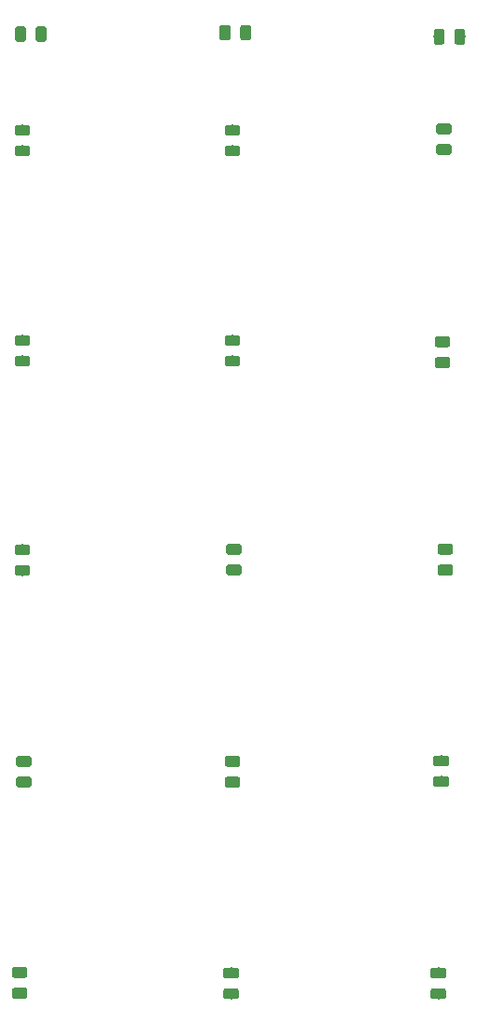
<source format=gbr>
G04 #@! TF.GenerationSoftware,KiCad,Pcbnew,(6.0.0-rc1-dev-113-g3868f21)*
G04 #@! TF.CreationDate,2018-09-11T18:01:50-04:00*
G04 #@! TF.ProjectId,CNCKeypad,434E434B65797061642E6B696361645F,rev?*
G04 #@! TF.SameCoordinates,Original*
G04 #@! TF.FileFunction,Paste,Bot*
G04 #@! TF.FilePolarity,Positive*
%FSLAX46Y46*%
G04 Gerber Fmt 4.6, Leading zero omitted, Abs format (unit mm)*
G04 Created by KiCad (PCBNEW (6.0.0-rc1-dev-113-g3868f21)) date Tuesday, September 11, 2018 at 06:01:50 PM*
%MOMM*%
%LPD*%
G01*
G04 APERTURE LIST*
%ADD10C,0.100000*%
%ADD11C,0.975000*%
G04 APERTURE END LIST*
D10*
G04 #@! TO.C,D1*
G36*
X98778142Y-74951674D02*
X98801803Y-74955184D01*
X98825007Y-74960996D01*
X98847529Y-74969054D01*
X98869153Y-74979282D01*
X98889670Y-74991579D01*
X98908883Y-75005829D01*
X98926607Y-75021893D01*
X98942671Y-75039617D01*
X98956921Y-75058830D01*
X98969218Y-75079347D01*
X98979446Y-75100971D01*
X98987504Y-75123493D01*
X98993316Y-75146697D01*
X98996826Y-75170358D01*
X98998000Y-75194250D01*
X98998000Y-75681750D01*
X98996826Y-75705642D01*
X98993316Y-75729303D01*
X98987504Y-75752507D01*
X98979446Y-75775029D01*
X98969218Y-75796653D01*
X98956921Y-75817170D01*
X98942671Y-75836383D01*
X98926607Y-75854107D01*
X98908883Y-75870171D01*
X98889670Y-75884421D01*
X98869153Y-75896718D01*
X98847529Y-75906946D01*
X98825007Y-75915004D01*
X98801803Y-75920816D01*
X98778142Y-75924326D01*
X98754250Y-75925500D01*
X97841750Y-75925500D01*
X97817858Y-75924326D01*
X97794197Y-75920816D01*
X97770993Y-75915004D01*
X97748471Y-75906946D01*
X97726847Y-75896718D01*
X97706330Y-75884421D01*
X97687117Y-75870171D01*
X97669393Y-75854107D01*
X97653329Y-75836383D01*
X97639079Y-75817170D01*
X97626782Y-75796653D01*
X97616554Y-75775029D01*
X97608496Y-75752507D01*
X97602684Y-75729303D01*
X97599174Y-75705642D01*
X97598000Y-75681750D01*
X97598000Y-75194250D01*
X97599174Y-75170358D01*
X97602684Y-75146697D01*
X97608496Y-75123493D01*
X97616554Y-75100971D01*
X97626782Y-75079347D01*
X97639079Y-75058830D01*
X97653329Y-75039617D01*
X97669393Y-75021893D01*
X97687117Y-75005829D01*
X97706330Y-74991579D01*
X97726847Y-74979282D01*
X97748471Y-74969054D01*
X97770993Y-74960996D01*
X97794197Y-74955184D01*
X97817858Y-74951674D01*
X97841750Y-74950500D01*
X98754250Y-74950500D01*
X98778142Y-74951674D01*
X98778142Y-74951674D01*
G37*
D11*
X98298000Y-75438000D03*
D10*
G36*
X98778142Y-73076674D02*
X98801803Y-73080184D01*
X98825007Y-73085996D01*
X98847529Y-73094054D01*
X98869153Y-73104282D01*
X98889670Y-73116579D01*
X98908883Y-73130829D01*
X98926607Y-73146893D01*
X98942671Y-73164617D01*
X98956921Y-73183830D01*
X98969218Y-73204347D01*
X98979446Y-73225971D01*
X98987504Y-73248493D01*
X98993316Y-73271697D01*
X98996826Y-73295358D01*
X98998000Y-73319250D01*
X98998000Y-73806750D01*
X98996826Y-73830642D01*
X98993316Y-73854303D01*
X98987504Y-73877507D01*
X98979446Y-73900029D01*
X98969218Y-73921653D01*
X98956921Y-73942170D01*
X98942671Y-73961383D01*
X98926607Y-73979107D01*
X98908883Y-73995171D01*
X98889670Y-74009421D01*
X98869153Y-74021718D01*
X98847529Y-74031946D01*
X98825007Y-74040004D01*
X98801803Y-74045816D01*
X98778142Y-74049326D01*
X98754250Y-74050500D01*
X97841750Y-74050500D01*
X97817858Y-74049326D01*
X97794197Y-74045816D01*
X97770993Y-74040004D01*
X97748471Y-74031946D01*
X97726847Y-74021718D01*
X97706330Y-74009421D01*
X97687117Y-73995171D01*
X97669393Y-73979107D01*
X97653329Y-73961383D01*
X97639079Y-73942170D01*
X97626782Y-73921653D01*
X97616554Y-73900029D01*
X97608496Y-73877507D01*
X97602684Y-73854303D01*
X97599174Y-73830642D01*
X97598000Y-73806750D01*
X97598000Y-73319250D01*
X97599174Y-73295358D01*
X97602684Y-73271697D01*
X97608496Y-73248493D01*
X97616554Y-73225971D01*
X97626782Y-73204347D01*
X97639079Y-73183830D01*
X97653329Y-73164617D01*
X97669393Y-73146893D01*
X97687117Y-73130829D01*
X97706330Y-73116579D01*
X97726847Y-73104282D01*
X97748471Y-73094054D01*
X97770993Y-73085996D01*
X97794197Y-73080184D01*
X97817858Y-73076674D01*
X97841750Y-73075500D01*
X98754250Y-73075500D01*
X98778142Y-73076674D01*
X98778142Y-73076674D01*
G37*
D11*
X98298000Y-73563000D03*
G04 #@! TD*
D10*
G04 #@! TO.C,D2*
G36*
X98778142Y-92126674D02*
X98801803Y-92130184D01*
X98825007Y-92135996D01*
X98847529Y-92144054D01*
X98869153Y-92154282D01*
X98889670Y-92166579D01*
X98908883Y-92180829D01*
X98926607Y-92196893D01*
X98942671Y-92214617D01*
X98956921Y-92233830D01*
X98969218Y-92254347D01*
X98979446Y-92275971D01*
X98987504Y-92298493D01*
X98993316Y-92321697D01*
X98996826Y-92345358D01*
X98998000Y-92369250D01*
X98998000Y-92856750D01*
X98996826Y-92880642D01*
X98993316Y-92904303D01*
X98987504Y-92927507D01*
X98979446Y-92950029D01*
X98969218Y-92971653D01*
X98956921Y-92992170D01*
X98942671Y-93011383D01*
X98926607Y-93029107D01*
X98908883Y-93045171D01*
X98889670Y-93059421D01*
X98869153Y-93071718D01*
X98847529Y-93081946D01*
X98825007Y-93090004D01*
X98801803Y-93095816D01*
X98778142Y-93099326D01*
X98754250Y-93100500D01*
X97841750Y-93100500D01*
X97817858Y-93099326D01*
X97794197Y-93095816D01*
X97770993Y-93090004D01*
X97748471Y-93081946D01*
X97726847Y-93071718D01*
X97706330Y-93059421D01*
X97687117Y-93045171D01*
X97669393Y-93029107D01*
X97653329Y-93011383D01*
X97639079Y-92992170D01*
X97626782Y-92971653D01*
X97616554Y-92950029D01*
X97608496Y-92927507D01*
X97602684Y-92904303D01*
X97599174Y-92880642D01*
X97598000Y-92856750D01*
X97598000Y-92369250D01*
X97599174Y-92345358D01*
X97602684Y-92321697D01*
X97608496Y-92298493D01*
X97616554Y-92275971D01*
X97626782Y-92254347D01*
X97639079Y-92233830D01*
X97653329Y-92214617D01*
X97669393Y-92196893D01*
X97687117Y-92180829D01*
X97706330Y-92166579D01*
X97726847Y-92154282D01*
X97748471Y-92144054D01*
X97770993Y-92135996D01*
X97794197Y-92130184D01*
X97817858Y-92126674D01*
X97841750Y-92125500D01*
X98754250Y-92125500D01*
X98778142Y-92126674D01*
X98778142Y-92126674D01*
G37*
D11*
X98298000Y-92613000D03*
D10*
G36*
X98778142Y-94001674D02*
X98801803Y-94005184D01*
X98825007Y-94010996D01*
X98847529Y-94019054D01*
X98869153Y-94029282D01*
X98889670Y-94041579D01*
X98908883Y-94055829D01*
X98926607Y-94071893D01*
X98942671Y-94089617D01*
X98956921Y-94108830D01*
X98969218Y-94129347D01*
X98979446Y-94150971D01*
X98987504Y-94173493D01*
X98993316Y-94196697D01*
X98996826Y-94220358D01*
X98998000Y-94244250D01*
X98998000Y-94731750D01*
X98996826Y-94755642D01*
X98993316Y-94779303D01*
X98987504Y-94802507D01*
X98979446Y-94825029D01*
X98969218Y-94846653D01*
X98956921Y-94867170D01*
X98942671Y-94886383D01*
X98926607Y-94904107D01*
X98908883Y-94920171D01*
X98889670Y-94934421D01*
X98869153Y-94946718D01*
X98847529Y-94956946D01*
X98825007Y-94965004D01*
X98801803Y-94970816D01*
X98778142Y-94974326D01*
X98754250Y-94975500D01*
X97841750Y-94975500D01*
X97817858Y-94974326D01*
X97794197Y-94970816D01*
X97770993Y-94965004D01*
X97748471Y-94956946D01*
X97726847Y-94946718D01*
X97706330Y-94934421D01*
X97687117Y-94920171D01*
X97669393Y-94904107D01*
X97653329Y-94886383D01*
X97639079Y-94867170D01*
X97626782Y-94846653D01*
X97616554Y-94825029D01*
X97608496Y-94802507D01*
X97602684Y-94779303D01*
X97599174Y-94755642D01*
X97598000Y-94731750D01*
X97598000Y-94244250D01*
X97599174Y-94220358D01*
X97602684Y-94196697D01*
X97608496Y-94173493D01*
X97616554Y-94150971D01*
X97626782Y-94129347D01*
X97639079Y-94108830D01*
X97653329Y-94089617D01*
X97669393Y-94071893D01*
X97687117Y-94055829D01*
X97706330Y-94041579D01*
X97726847Y-94029282D01*
X97748471Y-94019054D01*
X97770993Y-94010996D01*
X97794197Y-94005184D01*
X97817858Y-94001674D01*
X97841750Y-94000500D01*
X98754250Y-94000500D01*
X98778142Y-94001674D01*
X98778142Y-94001674D01*
G37*
D11*
X98298000Y-94488000D03*
G04 #@! TD*
D10*
G04 #@! TO.C,D3*
G36*
X98778142Y-112973174D02*
X98801803Y-112976684D01*
X98825007Y-112982496D01*
X98847529Y-112990554D01*
X98869153Y-113000782D01*
X98889670Y-113013079D01*
X98908883Y-113027329D01*
X98926607Y-113043393D01*
X98942671Y-113061117D01*
X98956921Y-113080330D01*
X98969218Y-113100847D01*
X98979446Y-113122471D01*
X98987504Y-113144993D01*
X98993316Y-113168197D01*
X98996826Y-113191858D01*
X98998000Y-113215750D01*
X98998000Y-113703250D01*
X98996826Y-113727142D01*
X98993316Y-113750803D01*
X98987504Y-113774007D01*
X98979446Y-113796529D01*
X98969218Y-113818153D01*
X98956921Y-113838670D01*
X98942671Y-113857883D01*
X98926607Y-113875607D01*
X98908883Y-113891671D01*
X98889670Y-113905921D01*
X98869153Y-113918218D01*
X98847529Y-113928446D01*
X98825007Y-113936504D01*
X98801803Y-113942316D01*
X98778142Y-113945826D01*
X98754250Y-113947000D01*
X97841750Y-113947000D01*
X97817858Y-113945826D01*
X97794197Y-113942316D01*
X97770993Y-113936504D01*
X97748471Y-113928446D01*
X97726847Y-113918218D01*
X97706330Y-113905921D01*
X97687117Y-113891671D01*
X97669393Y-113875607D01*
X97653329Y-113857883D01*
X97639079Y-113838670D01*
X97626782Y-113818153D01*
X97616554Y-113796529D01*
X97608496Y-113774007D01*
X97602684Y-113750803D01*
X97599174Y-113727142D01*
X97598000Y-113703250D01*
X97598000Y-113215750D01*
X97599174Y-113191858D01*
X97602684Y-113168197D01*
X97608496Y-113144993D01*
X97616554Y-113122471D01*
X97626782Y-113100847D01*
X97639079Y-113080330D01*
X97653329Y-113061117D01*
X97669393Y-113043393D01*
X97687117Y-113027329D01*
X97706330Y-113013079D01*
X97726847Y-113000782D01*
X97748471Y-112990554D01*
X97770993Y-112982496D01*
X97794197Y-112976684D01*
X97817858Y-112973174D01*
X97841750Y-112972000D01*
X98754250Y-112972000D01*
X98778142Y-112973174D01*
X98778142Y-112973174D01*
G37*
D11*
X98298000Y-113459500D03*
D10*
G36*
X98778142Y-111098174D02*
X98801803Y-111101684D01*
X98825007Y-111107496D01*
X98847529Y-111115554D01*
X98869153Y-111125782D01*
X98889670Y-111138079D01*
X98908883Y-111152329D01*
X98926607Y-111168393D01*
X98942671Y-111186117D01*
X98956921Y-111205330D01*
X98969218Y-111225847D01*
X98979446Y-111247471D01*
X98987504Y-111269993D01*
X98993316Y-111293197D01*
X98996826Y-111316858D01*
X98998000Y-111340750D01*
X98998000Y-111828250D01*
X98996826Y-111852142D01*
X98993316Y-111875803D01*
X98987504Y-111899007D01*
X98979446Y-111921529D01*
X98969218Y-111943153D01*
X98956921Y-111963670D01*
X98942671Y-111982883D01*
X98926607Y-112000607D01*
X98908883Y-112016671D01*
X98889670Y-112030921D01*
X98869153Y-112043218D01*
X98847529Y-112053446D01*
X98825007Y-112061504D01*
X98801803Y-112067316D01*
X98778142Y-112070826D01*
X98754250Y-112072000D01*
X97841750Y-112072000D01*
X97817858Y-112070826D01*
X97794197Y-112067316D01*
X97770993Y-112061504D01*
X97748471Y-112053446D01*
X97726847Y-112043218D01*
X97706330Y-112030921D01*
X97687117Y-112016671D01*
X97669393Y-112000607D01*
X97653329Y-111982883D01*
X97639079Y-111963670D01*
X97626782Y-111943153D01*
X97616554Y-111921529D01*
X97608496Y-111899007D01*
X97602684Y-111875803D01*
X97599174Y-111852142D01*
X97598000Y-111828250D01*
X97598000Y-111340750D01*
X97599174Y-111316858D01*
X97602684Y-111293197D01*
X97608496Y-111269993D01*
X97616554Y-111247471D01*
X97626782Y-111225847D01*
X97639079Y-111205330D01*
X97653329Y-111186117D01*
X97669393Y-111168393D01*
X97687117Y-111152329D01*
X97706330Y-111138079D01*
X97726847Y-111125782D01*
X97748471Y-111115554D01*
X97770993Y-111107496D01*
X97794197Y-111101684D01*
X97817858Y-111098174D01*
X97841750Y-111097000D01*
X98754250Y-111097000D01*
X98778142Y-111098174D01*
X98778142Y-111098174D01*
G37*
D11*
X98298000Y-111584500D03*
G04 #@! TD*
D10*
G04 #@! TO.C,D4*
G36*
X98905142Y-130275174D02*
X98928803Y-130278684D01*
X98952007Y-130284496D01*
X98974529Y-130292554D01*
X98996153Y-130302782D01*
X99016670Y-130315079D01*
X99035883Y-130329329D01*
X99053607Y-130345393D01*
X99069671Y-130363117D01*
X99083921Y-130382330D01*
X99096218Y-130402847D01*
X99106446Y-130424471D01*
X99114504Y-130446993D01*
X99120316Y-130470197D01*
X99123826Y-130493858D01*
X99125000Y-130517750D01*
X99125000Y-131005250D01*
X99123826Y-131029142D01*
X99120316Y-131052803D01*
X99114504Y-131076007D01*
X99106446Y-131098529D01*
X99096218Y-131120153D01*
X99083921Y-131140670D01*
X99069671Y-131159883D01*
X99053607Y-131177607D01*
X99035883Y-131193671D01*
X99016670Y-131207921D01*
X98996153Y-131220218D01*
X98974529Y-131230446D01*
X98952007Y-131238504D01*
X98928803Y-131244316D01*
X98905142Y-131247826D01*
X98881250Y-131249000D01*
X97968750Y-131249000D01*
X97944858Y-131247826D01*
X97921197Y-131244316D01*
X97897993Y-131238504D01*
X97875471Y-131230446D01*
X97853847Y-131220218D01*
X97833330Y-131207921D01*
X97814117Y-131193671D01*
X97796393Y-131177607D01*
X97780329Y-131159883D01*
X97766079Y-131140670D01*
X97753782Y-131120153D01*
X97743554Y-131098529D01*
X97735496Y-131076007D01*
X97729684Y-131052803D01*
X97726174Y-131029142D01*
X97725000Y-131005250D01*
X97725000Y-130517750D01*
X97726174Y-130493858D01*
X97729684Y-130470197D01*
X97735496Y-130446993D01*
X97743554Y-130424471D01*
X97753782Y-130402847D01*
X97766079Y-130382330D01*
X97780329Y-130363117D01*
X97796393Y-130345393D01*
X97814117Y-130329329D01*
X97833330Y-130315079D01*
X97853847Y-130302782D01*
X97875471Y-130292554D01*
X97897993Y-130284496D01*
X97921197Y-130278684D01*
X97944858Y-130275174D01*
X97968750Y-130274000D01*
X98881250Y-130274000D01*
X98905142Y-130275174D01*
X98905142Y-130275174D01*
G37*
D11*
X98425000Y-130761500D03*
D10*
G36*
X98905142Y-132150174D02*
X98928803Y-132153684D01*
X98952007Y-132159496D01*
X98974529Y-132167554D01*
X98996153Y-132177782D01*
X99016670Y-132190079D01*
X99035883Y-132204329D01*
X99053607Y-132220393D01*
X99069671Y-132238117D01*
X99083921Y-132257330D01*
X99096218Y-132277847D01*
X99106446Y-132299471D01*
X99114504Y-132321993D01*
X99120316Y-132345197D01*
X99123826Y-132368858D01*
X99125000Y-132392750D01*
X99125000Y-132880250D01*
X99123826Y-132904142D01*
X99120316Y-132927803D01*
X99114504Y-132951007D01*
X99106446Y-132973529D01*
X99096218Y-132995153D01*
X99083921Y-133015670D01*
X99069671Y-133034883D01*
X99053607Y-133052607D01*
X99035883Y-133068671D01*
X99016670Y-133082921D01*
X98996153Y-133095218D01*
X98974529Y-133105446D01*
X98952007Y-133113504D01*
X98928803Y-133119316D01*
X98905142Y-133122826D01*
X98881250Y-133124000D01*
X97968750Y-133124000D01*
X97944858Y-133122826D01*
X97921197Y-133119316D01*
X97897993Y-133113504D01*
X97875471Y-133105446D01*
X97853847Y-133095218D01*
X97833330Y-133082921D01*
X97814117Y-133068671D01*
X97796393Y-133052607D01*
X97780329Y-133034883D01*
X97766079Y-133015670D01*
X97753782Y-132995153D01*
X97743554Y-132973529D01*
X97735496Y-132951007D01*
X97729684Y-132927803D01*
X97726174Y-132904142D01*
X97725000Y-132880250D01*
X97725000Y-132392750D01*
X97726174Y-132368858D01*
X97729684Y-132345197D01*
X97735496Y-132321993D01*
X97743554Y-132299471D01*
X97753782Y-132277847D01*
X97766079Y-132257330D01*
X97780329Y-132238117D01*
X97796393Y-132220393D01*
X97814117Y-132204329D01*
X97833330Y-132190079D01*
X97853847Y-132177782D01*
X97875471Y-132167554D01*
X97897993Y-132159496D01*
X97921197Y-132153684D01*
X97944858Y-132150174D01*
X97968750Y-132149000D01*
X98881250Y-132149000D01*
X98905142Y-132150174D01*
X98905142Y-132150174D01*
G37*
D11*
X98425000Y-132636500D03*
G04 #@! TD*
D10*
G04 #@! TO.C,D5*
G36*
X98524142Y-151278674D02*
X98547803Y-151282184D01*
X98571007Y-151287996D01*
X98593529Y-151296054D01*
X98615153Y-151306282D01*
X98635670Y-151318579D01*
X98654883Y-151332829D01*
X98672607Y-151348893D01*
X98688671Y-151366617D01*
X98702921Y-151385830D01*
X98715218Y-151406347D01*
X98725446Y-151427971D01*
X98733504Y-151450493D01*
X98739316Y-151473697D01*
X98742826Y-151497358D01*
X98744000Y-151521250D01*
X98744000Y-152008750D01*
X98742826Y-152032642D01*
X98739316Y-152056303D01*
X98733504Y-152079507D01*
X98725446Y-152102029D01*
X98715218Y-152123653D01*
X98702921Y-152144170D01*
X98688671Y-152163383D01*
X98672607Y-152181107D01*
X98654883Y-152197171D01*
X98635670Y-152211421D01*
X98615153Y-152223718D01*
X98593529Y-152233946D01*
X98571007Y-152242004D01*
X98547803Y-152247816D01*
X98524142Y-152251326D01*
X98500250Y-152252500D01*
X97587750Y-152252500D01*
X97563858Y-152251326D01*
X97540197Y-152247816D01*
X97516993Y-152242004D01*
X97494471Y-152233946D01*
X97472847Y-152223718D01*
X97452330Y-152211421D01*
X97433117Y-152197171D01*
X97415393Y-152181107D01*
X97399329Y-152163383D01*
X97385079Y-152144170D01*
X97372782Y-152123653D01*
X97362554Y-152102029D01*
X97354496Y-152079507D01*
X97348684Y-152056303D01*
X97345174Y-152032642D01*
X97344000Y-152008750D01*
X97344000Y-151521250D01*
X97345174Y-151497358D01*
X97348684Y-151473697D01*
X97354496Y-151450493D01*
X97362554Y-151427971D01*
X97372782Y-151406347D01*
X97385079Y-151385830D01*
X97399329Y-151366617D01*
X97415393Y-151348893D01*
X97433117Y-151332829D01*
X97452330Y-151318579D01*
X97472847Y-151306282D01*
X97494471Y-151296054D01*
X97516993Y-151287996D01*
X97540197Y-151282184D01*
X97563858Y-151278674D01*
X97587750Y-151277500D01*
X98500250Y-151277500D01*
X98524142Y-151278674D01*
X98524142Y-151278674D01*
G37*
D11*
X98044000Y-151765000D03*
D10*
G36*
X98524142Y-149403674D02*
X98547803Y-149407184D01*
X98571007Y-149412996D01*
X98593529Y-149421054D01*
X98615153Y-149431282D01*
X98635670Y-149443579D01*
X98654883Y-149457829D01*
X98672607Y-149473893D01*
X98688671Y-149491617D01*
X98702921Y-149510830D01*
X98715218Y-149531347D01*
X98725446Y-149552971D01*
X98733504Y-149575493D01*
X98739316Y-149598697D01*
X98742826Y-149622358D01*
X98744000Y-149646250D01*
X98744000Y-150133750D01*
X98742826Y-150157642D01*
X98739316Y-150181303D01*
X98733504Y-150204507D01*
X98725446Y-150227029D01*
X98715218Y-150248653D01*
X98702921Y-150269170D01*
X98688671Y-150288383D01*
X98672607Y-150306107D01*
X98654883Y-150322171D01*
X98635670Y-150336421D01*
X98615153Y-150348718D01*
X98593529Y-150358946D01*
X98571007Y-150367004D01*
X98547803Y-150372816D01*
X98524142Y-150376326D01*
X98500250Y-150377500D01*
X97587750Y-150377500D01*
X97563858Y-150376326D01*
X97540197Y-150372816D01*
X97516993Y-150367004D01*
X97494471Y-150358946D01*
X97472847Y-150348718D01*
X97452330Y-150336421D01*
X97433117Y-150322171D01*
X97415393Y-150306107D01*
X97399329Y-150288383D01*
X97385079Y-150269170D01*
X97372782Y-150248653D01*
X97362554Y-150227029D01*
X97354496Y-150204507D01*
X97348684Y-150181303D01*
X97345174Y-150157642D01*
X97344000Y-150133750D01*
X97344000Y-149646250D01*
X97345174Y-149622358D01*
X97348684Y-149598697D01*
X97354496Y-149575493D01*
X97362554Y-149552971D01*
X97372782Y-149531347D01*
X97385079Y-149510830D01*
X97399329Y-149491617D01*
X97415393Y-149473893D01*
X97433117Y-149457829D01*
X97452330Y-149443579D01*
X97472847Y-149431282D01*
X97494471Y-149421054D01*
X97516993Y-149412996D01*
X97540197Y-149407184D01*
X97563858Y-149403674D01*
X97587750Y-149402500D01*
X98500250Y-149402500D01*
X98524142Y-149403674D01*
X98524142Y-149403674D01*
G37*
D11*
X98044000Y-149890000D03*
G04 #@! TD*
D10*
G04 #@! TO.C,D6*
G36*
X117828142Y-73076674D02*
X117851803Y-73080184D01*
X117875007Y-73085996D01*
X117897529Y-73094054D01*
X117919153Y-73104282D01*
X117939670Y-73116579D01*
X117958883Y-73130829D01*
X117976607Y-73146893D01*
X117992671Y-73164617D01*
X118006921Y-73183830D01*
X118019218Y-73204347D01*
X118029446Y-73225971D01*
X118037504Y-73248493D01*
X118043316Y-73271697D01*
X118046826Y-73295358D01*
X118048000Y-73319250D01*
X118048000Y-73806750D01*
X118046826Y-73830642D01*
X118043316Y-73854303D01*
X118037504Y-73877507D01*
X118029446Y-73900029D01*
X118019218Y-73921653D01*
X118006921Y-73942170D01*
X117992671Y-73961383D01*
X117976607Y-73979107D01*
X117958883Y-73995171D01*
X117939670Y-74009421D01*
X117919153Y-74021718D01*
X117897529Y-74031946D01*
X117875007Y-74040004D01*
X117851803Y-74045816D01*
X117828142Y-74049326D01*
X117804250Y-74050500D01*
X116891750Y-74050500D01*
X116867858Y-74049326D01*
X116844197Y-74045816D01*
X116820993Y-74040004D01*
X116798471Y-74031946D01*
X116776847Y-74021718D01*
X116756330Y-74009421D01*
X116737117Y-73995171D01*
X116719393Y-73979107D01*
X116703329Y-73961383D01*
X116689079Y-73942170D01*
X116676782Y-73921653D01*
X116666554Y-73900029D01*
X116658496Y-73877507D01*
X116652684Y-73854303D01*
X116649174Y-73830642D01*
X116648000Y-73806750D01*
X116648000Y-73319250D01*
X116649174Y-73295358D01*
X116652684Y-73271697D01*
X116658496Y-73248493D01*
X116666554Y-73225971D01*
X116676782Y-73204347D01*
X116689079Y-73183830D01*
X116703329Y-73164617D01*
X116719393Y-73146893D01*
X116737117Y-73130829D01*
X116756330Y-73116579D01*
X116776847Y-73104282D01*
X116798471Y-73094054D01*
X116820993Y-73085996D01*
X116844197Y-73080184D01*
X116867858Y-73076674D01*
X116891750Y-73075500D01*
X117804250Y-73075500D01*
X117828142Y-73076674D01*
X117828142Y-73076674D01*
G37*
D11*
X117348000Y-73563000D03*
D10*
G36*
X117828142Y-74951674D02*
X117851803Y-74955184D01*
X117875007Y-74960996D01*
X117897529Y-74969054D01*
X117919153Y-74979282D01*
X117939670Y-74991579D01*
X117958883Y-75005829D01*
X117976607Y-75021893D01*
X117992671Y-75039617D01*
X118006921Y-75058830D01*
X118019218Y-75079347D01*
X118029446Y-75100971D01*
X118037504Y-75123493D01*
X118043316Y-75146697D01*
X118046826Y-75170358D01*
X118048000Y-75194250D01*
X118048000Y-75681750D01*
X118046826Y-75705642D01*
X118043316Y-75729303D01*
X118037504Y-75752507D01*
X118029446Y-75775029D01*
X118019218Y-75796653D01*
X118006921Y-75817170D01*
X117992671Y-75836383D01*
X117976607Y-75854107D01*
X117958883Y-75870171D01*
X117939670Y-75884421D01*
X117919153Y-75896718D01*
X117897529Y-75906946D01*
X117875007Y-75915004D01*
X117851803Y-75920816D01*
X117828142Y-75924326D01*
X117804250Y-75925500D01*
X116891750Y-75925500D01*
X116867858Y-75924326D01*
X116844197Y-75920816D01*
X116820993Y-75915004D01*
X116798471Y-75906946D01*
X116776847Y-75896718D01*
X116756330Y-75884421D01*
X116737117Y-75870171D01*
X116719393Y-75854107D01*
X116703329Y-75836383D01*
X116689079Y-75817170D01*
X116676782Y-75796653D01*
X116666554Y-75775029D01*
X116658496Y-75752507D01*
X116652684Y-75729303D01*
X116649174Y-75705642D01*
X116648000Y-75681750D01*
X116648000Y-75194250D01*
X116649174Y-75170358D01*
X116652684Y-75146697D01*
X116658496Y-75123493D01*
X116666554Y-75100971D01*
X116676782Y-75079347D01*
X116689079Y-75058830D01*
X116703329Y-75039617D01*
X116719393Y-75021893D01*
X116737117Y-75005829D01*
X116756330Y-74991579D01*
X116776847Y-74979282D01*
X116798471Y-74969054D01*
X116820993Y-74960996D01*
X116844197Y-74955184D01*
X116867858Y-74951674D01*
X116891750Y-74950500D01*
X117804250Y-74950500D01*
X117828142Y-74951674D01*
X117828142Y-74951674D01*
G37*
D11*
X117348000Y-75438000D03*
G04 #@! TD*
D10*
G04 #@! TO.C,D7*
G36*
X117828142Y-94001674D02*
X117851803Y-94005184D01*
X117875007Y-94010996D01*
X117897529Y-94019054D01*
X117919153Y-94029282D01*
X117939670Y-94041579D01*
X117958883Y-94055829D01*
X117976607Y-94071893D01*
X117992671Y-94089617D01*
X118006921Y-94108830D01*
X118019218Y-94129347D01*
X118029446Y-94150971D01*
X118037504Y-94173493D01*
X118043316Y-94196697D01*
X118046826Y-94220358D01*
X118048000Y-94244250D01*
X118048000Y-94731750D01*
X118046826Y-94755642D01*
X118043316Y-94779303D01*
X118037504Y-94802507D01*
X118029446Y-94825029D01*
X118019218Y-94846653D01*
X118006921Y-94867170D01*
X117992671Y-94886383D01*
X117976607Y-94904107D01*
X117958883Y-94920171D01*
X117939670Y-94934421D01*
X117919153Y-94946718D01*
X117897529Y-94956946D01*
X117875007Y-94965004D01*
X117851803Y-94970816D01*
X117828142Y-94974326D01*
X117804250Y-94975500D01*
X116891750Y-94975500D01*
X116867858Y-94974326D01*
X116844197Y-94970816D01*
X116820993Y-94965004D01*
X116798471Y-94956946D01*
X116776847Y-94946718D01*
X116756330Y-94934421D01*
X116737117Y-94920171D01*
X116719393Y-94904107D01*
X116703329Y-94886383D01*
X116689079Y-94867170D01*
X116676782Y-94846653D01*
X116666554Y-94825029D01*
X116658496Y-94802507D01*
X116652684Y-94779303D01*
X116649174Y-94755642D01*
X116648000Y-94731750D01*
X116648000Y-94244250D01*
X116649174Y-94220358D01*
X116652684Y-94196697D01*
X116658496Y-94173493D01*
X116666554Y-94150971D01*
X116676782Y-94129347D01*
X116689079Y-94108830D01*
X116703329Y-94089617D01*
X116719393Y-94071893D01*
X116737117Y-94055829D01*
X116756330Y-94041579D01*
X116776847Y-94029282D01*
X116798471Y-94019054D01*
X116820993Y-94010996D01*
X116844197Y-94005184D01*
X116867858Y-94001674D01*
X116891750Y-94000500D01*
X117804250Y-94000500D01*
X117828142Y-94001674D01*
X117828142Y-94001674D01*
G37*
D11*
X117348000Y-94488000D03*
D10*
G36*
X117828142Y-92126674D02*
X117851803Y-92130184D01*
X117875007Y-92135996D01*
X117897529Y-92144054D01*
X117919153Y-92154282D01*
X117939670Y-92166579D01*
X117958883Y-92180829D01*
X117976607Y-92196893D01*
X117992671Y-92214617D01*
X118006921Y-92233830D01*
X118019218Y-92254347D01*
X118029446Y-92275971D01*
X118037504Y-92298493D01*
X118043316Y-92321697D01*
X118046826Y-92345358D01*
X118048000Y-92369250D01*
X118048000Y-92856750D01*
X118046826Y-92880642D01*
X118043316Y-92904303D01*
X118037504Y-92927507D01*
X118029446Y-92950029D01*
X118019218Y-92971653D01*
X118006921Y-92992170D01*
X117992671Y-93011383D01*
X117976607Y-93029107D01*
X117958883Y-93045171D01*
X117939670Y-93059421D01*
X117919153Y-93071718D01*
X117897529Y-93081946D01*
X117875007Y-93090004D01*
X117851803Y-93095816D01*
X117828142Y-93099326D01*
X117804250Y-93100500D01*
X116891750Y-93100500D01*
X116867858Y-93099326D01*
X116844197Y-93095816D01*
X116820993Y-93090004D01*
X116798471Y-93081946D01*
X116776847Y-93071718D01*
X116756330Y-93059421D01*
X116737117Y-93045171D01*
X116719393Y-93029107D01*
X116703329Y-93011383D01*
X116689079Y-92992170D01*
X116676782Y-92971653D01*
X116666554Y-92950029D01*
X116658496Y-92927507D01*
X116652684Y-92904303D01*
X116649174Y-92880642D01*
X116648000Y-92856750D01*
X116648000Y-92369250D01*
X116649174Y-92345358D01*
X116652684Y-92321697D01*
X116658496Y-92298493D01*
X116666554Y-92275971D01*
X116676782Y-92254347D01*
X116689079Y-92233830D01*
X116703329Y-92214617D01*
X116719393Y-92196893D01*
X116737117Y-92180829D01*
X116756330Y-92166579D01*
X116776847Y-92154282D01*
X116798471Y-92144054D01*
X116820993Y-92135996D01*
X116844197Y-92130184D01*
X116867858Y-92126674D01*
X116891750Y-92125500D01*
X117804250Y-92125500D01*
X117828142Y-92126674D01*
X117828142Y-92126674D01*
G37*
D11*
X117348000Y-92613000D03*
G04 #@! TD*
D10*
G04 #@! TO.C,D8*
G36*
X117955142Y-111049674D02*
X117978803Y-111053184D01*
X118002007Y-111058996D01*
X118024529Y-111067054D01*
X118046153Y-111077282D01*
X118066670Y-111089579D01*
X118085883Y-111103829D01*
X118103607Y-111119893D01*
X118119671Y-111137617D01*
X118133921Y-111156830D01*
X118146218Y-111177347D01*
X118156446Y-111198971D01*
X118164504Y-111221493D01*
X118170316Y-111244697D01*
X118173826Y-111268358D01*
X118175000Y-111292250D01*
X118175000Y-111779750D01*
X118173826Y-111803642D01*
X118170316Y-111827303D01*
X118164504Y-111850507D01*
X118156446Y-111873029D01*
X118146218Y-111894653D01*
X118133921Y-111915170D01*
X118119671Y-111934383D01*
X118103607Y-111952107D01*
X118085883Y-111968171D01*
X118066670Y-111982421D01*
X118046153Y-111994718D01*
X118024529Y-112004946D01*
X118002007Y-112013004D01*
X117978803Y-112018816D01*
X117955142Y-112022326D01*
X117931250Y-112023500D01*
X117018750Y-112023500D01*
X116994858Y-112022326D01*
X116971197Y-112018816D01*
X116947993Y-112013004D01*
X116925471Y-112004946D01*
X116903847Y-111994718D01*
X116883330Y-111982421D01*
X116864117Y-111968171D01*
X116846393Y-111952107D01*
X116830329Y-111934383D01*
X116816079Y-111915170D01*
X116803782Y-111894653D01*
X116793554Y-111873029D01*
X116785496Y-111850507D01*
X116779684Y-111827303D01*
X116776174Y-111803642D01*
X116775000Y-111779750D01*
X116775000Y-111292250D01*
X116776174Y-111268358D01*
X116779684Y-111244697D01*
X116785496Y-111221493D01*
X116793554Y-111198971D01*
X116803782Y-111177347D01*
X116816079Y-111156830D01*
X116830329Y-111137617D01*
X116846393Y-111119893D01*
X116864117Y-111103829D01*
X116883330Y-111089579D01*
X116903847Y-111077282D01*
X116925471Y-111067054D01*
X116947993Y-111058996D01*
X116971197Y-111053184D01*
X116994858Y-111049674D01*
X117018750Y-111048500D01*
X117931250Y-111048500D01*
X117955142Y-111049674D01*
X117955142Y-111049674D01*
G37*
D11*
X117475000Y-111536000D03*
D10*
G36*
X117955142Y-112924674D02*
X117978803Y-112928184D01*
X118002007Y-112933996D01*
X118024529Y-112942054D01*
X118046153Y-112952282D01*
X118066670Y-112964579D01*
X118085883Y-112978829D01*
X118103607Y-112994893D01*
X118119671Y-113012617D01*
X118133921Y-113031830D01*
X118146218Y-113052347D01*
X118156446Y-113073971D01*
X118164504Y-113096493D01*
X118170316Y-113119697D01*
X118173826Y-113143358D01*
X118175000Y-113167250D01*
X118175000Y-113654750D01*
X118173826Y-113678642D01*
X118170316Y-113702303D01*
X118164504Y-113725507D01*
X118156446Y-113748029D01*
X118146218Y-113769653D01*
X118133921Y-113790170D01*
X118119671Y-113809383D01*
X118103607Y-113827107D01*
X118085883Y-113843171D01*
X118066670Y-113857421D01*
X118046153Y-113869718D01*
X118024529Y-113879946D01*
X118002007Y-113888004D01*
X117978803Y-113893816D01*
X117955142Y-113897326D01*
X117931250Y-113898500D01*
X117018750Y-113898500D01*
X116994858Y-113897326D01*
X116971197Y-113893816D01*
X116947993Y-113888004D01*
X116925471Y-113879946D01*
X116903847Y-113869718D01*
X116883330Y-113857421D01*
X116864117Y-113843171D01*
X116846393Y-113827107D01*
X116830329Y-113809383D01*
X116816079Y-113790170D01*
X116803782Y-113769653D01*
X116793554Y-113748029D01*
X116785496Y-113725507D01*
X116779684Y-113702303D01*
X116776174Y-113678642D01*
X116775000Y-113654750D01*
X116775000Y-113167250D01*
X116776174Y-113143358D01*
X116779684Y-113119697D01*
X116785496Y-113096493D01*
X116793554Y-113073971D01*
X116803782Y-113052347D01*
X116816079Y-113031830D01*
X116830329Y-113012617D01*
X116846393Y-112994893D01*
X116864117Y-112978829D01*
X116883330Y-112964579D01*
X116903847Y-112952282D01*
X116925471Y-112942054D01*
X116947993Y-112933996D01*
X116971197Y-112928184D01*
X116994858Y-112924674D01*
X117018750Y-112923500D01*
X117931250Y-112923500D01*
X117955142Y-112924674D01*
X117955142Y-112924674D01*
G37*
D11*
X117475000Y-113411000D03*
G04 #@! TD*
D10*
G04 #@! TO.C,D9*
G36*
X117828142Y-132150174D02*
X117851803Y-132153684D01*
X117875007Y-132159496D01*
X117897529Y-132167554D01*
X117919153Y-132177782D01*
X117939670Y-132190079D01*
X117958883Y-132204329D01*
X117976607Y-132220393D01*
X117992671Y-132238117D01*
X118006921Y-132257330D01*
X118019218Y-132277847D01*
X118029446Y-132299471D01*
X118037504Y-132321993D01*
X118043316Y-132345197D01*
X118046826Y-132368858D01*
X118048000Y-132392750D01*
X118048000Y-132880250D01*
X118046826Y-132904142D01*
X118043316Y-132927803D01*
X118037504Y-132951007D01*
X118029446Y-132973529D01*
X118019218Y-132995153D01*
X118006921Y-133015670D01*
X117992671Y-133034883D01*
X117976607Y-133052607D01*
X117958883Y-133068671D01*
X117939670Y-133082921D01*
X117919153Y-133095218D01*
X117897529Y-133105446D01*
X117875007Y-133113504D01*
X117851803Y-133119316D01*
X117828142Y-133122826D01*
X117804250Y-133124000D01*
X116891750Y-133124000D01*
X116867858Y-133122826D01*
X116844197Y-133119316D01*
X116820993Y-133113504D01*
X116798471Y-133105446D01*
X116776847Y-133095218D01*
X116756330Y-133082921D01*
X116737117Y-133068671D01*
X116719393Y-133052607D01*
X116703329Y-133034883D01*
X116689079Y-133015670D01*
X116676782Y-132995153D01*
X116666554Y-132973529D01*
X116658496Y-132951007D01*
X116652684Y-132927803D01*
X116649174Y-132904142D01*
X116648000Y-132880250D01*
X116648000Y-132392750D01*
X116649174Y-132368858D01*
X116652684Y-132345197D01*
X116658496Y-132321993D01*
X116666554Y-132299471D01*
X116676782Y-132277847D01*
X116689079Y-132257330D01*
X116703329Y-132238117D01*
X116719393Y-132220393D01*
X116737117Y-132204329D01*
X116756330Y-132190079D01*
X116776847Y-132177782D01*
X116798471Y-132167554D01*
X116820993Y-132159496D01*
X116844197Y-132153684D01*
X116867858Y-132150174D01*
X116891750Y-132149000D01*
X117804250Y-132149000D01*
X117828142Y-132150174D01*
X117828142Y-132150174D01*
G37*
D11*
X117348000Y-132636500D03*
D10*
G36*
X117828142Y-130275174D02*
X117851803Y-130278684D01*
X117875007Y-130284496D01*
X117897529Y-130292554D01*
X117919153Y-130302782D01*
X117939670Y-130315079D01*
X117958883Y-130329329D01*
X117976607Y-130345393D01*
X117992671Y-130363117D01*
X118006921Y-130382330D01*
X118019218Y-130402847D01*
X118029446Y-130424471D01*
X118037504Y-130446993D01*
X118043316Y-130470197D01*
X118046826Y-130493858D01*
X118048000Y-130517750D01*
X118048000Y-131005250D01*
X118046826Y-131029142D01*
X118043316Y-131052803D01*
X118037504Y-131076007D01*
X118029446Y-131098529D01*
X118019218Y-131120153D01*
X118006921Y-131140670D01*
X117992671Y-131159883D01*
X117976607Y-131177607D01*
X117958883Y-131193671D01*
X117939670Y-131207921D01*
X117919153Y-131220218D01*
X117897529Y-131230446D01*
X117875007Y-131238504D01*
X117851803Y-131244316D01*
X117828142Y-131247826D01*
X117804250Y-131249000D01*
X116891750Y-131249000D01*
X116867858Y-131247826D01*
X116844197Y-131244316D01*
X116820993Y-131238504D01*
X116798471Y-131230446D01*
X116776847Y-131220218D01*
X116756330Y-131207921D01*
X116737117Y-131193671D01*
X116719393Y-131177607D01*
X116703329Y-131159883D01*
X116689079Y-131140670D01*
X116676782Y-131120153D01*
X116666554Y-131098529D01*
X116658496Y-131076007D01*
X116652684Y-131052803D01*
X116649174Y-131029142D01*
X116648000Y-131005250D01*
X116648000Y-130517750D01*
X116649174Y-130493858D01*
X116652684Y-130470197D01*
X116658496Y-130446993D01*
X116666554Y-130424471D01*
X116676782Y-130402847D01*
X116689079Y-130382330D01*
X116703329Y-130363117D01*
X116719393Y-130345393D01*
X116737117Y-130329329D01*
X116756330Y-130315079D01*
X116776847Y-130302782D01*
X116798471Y-130292554D01*
X116820993Y-130284496D01*
X116844197Y-130278684D01*
X116867858Y-130275174D01*
X116891750Y-130274000D01*
X117804250Y-130274000D01*
X117828142Y-130275174D01*
X117828142Y-130275174D01*
G37*
D11*
X117348000Y-130761500D03*
G04 #@! TD*
D10*
G04 #@! TO.C,D10*
G36*
X117701142Y-149452174D02*
X117724803Y-149455684D01*
X117748007Y-149461496D01*
X117770529Y-149469554D01*
X117792153Y-149479782D01*
X117812670Y-149492079D01*
X117831883Y-149506329D01*
X117849607Y-149522393D01*
X117865671Y-149540117D01*
X117879921Y-149559330D01*
X117892218Y-149579847D01*
X117902446Y-149601471D01*
X117910504Y-149623993D01*
X117916316Y-149647197D01*
X117919826Y-149670858D01*
X117921000Y-149694750D01*
X117921000Y-150182250D01*
X117919826Y-150206142D01*
X117916316Y-150229803D01*
X117910504Y-150253007D01*
X117902446Y-150275529D01*
X117892218Y-150297153D01*
X117879921Y-150317670D01*
X117865671Y-150336883D01*
X117849607Y-150354607D01*
X117831883Y-150370671D01*
X117812670Y-150384921D01*
X117792153Y-150397218D01*
X117770529Y-150407446D01*
X117748007Y-150415504D01*
X117724803Y-150421316D01*
X117701142Y-150424826D01*
X117677250Y-150426000D01*
X116764750Y-150426000D01*
X116740858Y-150424826D01*
X116717197Y-150421316D01*
X116693993Y-150415504D01*
X116671471Y-150407446D01*
X116649847Y-150397218D01*
X116629330Y-150384921D01*
X116610117Y-150370671D01*
X116592393Y-150354607D01*
X116576329Y-150336883D01*
X116562079Y-150317670D01*
X116549782Y-150297153D01*
X116539554Y-150275529D01*
X116531496Y-150253007D01*
X116525684Y-150229803D01*
X116522174Y-150206142D01*
X116521000Y-150182250D01*
X116521000Y-149694750D01*
X116522174Y-149670858D01*
X116525684Y-149647197D01*
X116531496Y-149623993D01*
X116539554Y-149601471D01*
X116549782Y-149579847D01*
X116562079Y-149559330D01*
X116576329Y-149540117D01*
X116592393Y-149522393D01*
X116610117Y-149506329D01*
X116629330Y-149492079D01*
X116649847Y-149479782D01*
X116671471Y-149469554D01*
X116693993Y-149461496D01*
X116717197Y-149455684D01*
X116740858Y-149452174D01*
X116764750Y-149451000D01*
X117677250Y-149451000D01*
X117701142Y-149452174D01*
X117701142Y-149452174D01*
G37*
D11*
X117221000Y-149938500D03*
D10*
G36*
X117701142Y-151327174D02*
X117724803Y-151330684D01*
X117748007Y-151336496D01*
X117770529Y-151344554D01*
X117792153Y-151354782D01*
X117812670Y-151367079D01*
X117831883Y-151381329D01*
X117849607Y-151397393D01*
X117865671Y-151415117D01*
X117879921Y-151434330D01*
X117892218Y-151454847D01*
X117902446Y-151476471D01*
X117910504Y-151498993D01*
X117916316Y-151522197D01*
X117919826Y-151545858D01*
X117921000Y-151569750D01*
X117921000Y-152057250D01*
X117919826Y-152081142D01*
X117916316Y-152104803D01*
X117910504Y-152128007D01*
X117902446Y-152150529D01*
X117892218Y-152172153D01*
X117879921Y-152192670D01*
X117865671Y-152211883D01*
X117849607Y-152229607D01*
X117831883Y-152245671D01*
X117812670Y-152259921D01*
X117792153Y-152272218D01*
X117770529Y-152282446D01*
X117748007Y-152290504D01*
X117724803Y-152296316D01*
X117701142Y-152299826D01*
X117677250Y-152301000D01*
X116764750Y-152301000D01*
X116740858Y-152299826D01*
X116717197Y-152296316D01*
X116693993Y-152290504D01*
X116671471Y-152282446D01*
X116649847Y-152272218D01*
X116629330Y-152259921D01*
X116610117Y-152245671D01*
X116592393Y-152229607D01*
X116576329Y-152211883D01*
X116562079Y-152192670D01*
X116549782Y-152172153D01*
X116539554Y-152150529D01*
X116531496Y-152128007D01*
X116525684Y-152104803D01*
X116522174Y-152081142D01*
X116521000Y-152057250D01*
X116521000Y-151569750D01*
X116522174Y-151545858D01*
X116525684Y-151522197D01*
X116531496Y-151498993D01*
X116539554Y-151476471D01*
X116549782Y-151454847D01*
X116562079Y-151434330D01*
X116576329Y-151415117D01*
X116592393Y-151397393D01*
X116610117Y-151381329D01*
X116629330Y-151367079D01*
X116649847Y-151354782D01*
X116671471Y-151344554D01*
X116693993Y-151336496D01*
X116717197Y-151330684D01*
X116740858Y-151327174D01*
X116764750Y-151326000D01*
X117677250Y-151326000D01*
X117701142Y-151327174D01*
X117701142Y-151327174D01*
G37*
D11*
X117221000Y-151813500D03*
G04 #@! TD*
D10*
G04 #@! TO.C,D11*
G36*
X137005142Y-74824674D02*
X137028803Y-74828184D01*
X137052007Y-74833996D01*
X137074529Y-74842054D01*
X137096153Y-74852282D01*
X137116670Y-74864579D01*
X137135883Y-74878829D01*
X137153607Y-74894893D01*
X137169671Y-74912617D01*
X137183921Y-74931830D01*
X137196218Y-74952347D01*
X137206446Y-74973971D01*
X137214504Y-74996493D01*
X137220316Y-75019697D01*
X137223826Y-75043358D01*
X137225000Y-75067250D01*
X137225000Y-75554750D01*
X137223826Y-75578642D01*
X137220316Y-75602303D01*
X137214504Y-75625507D01*
X137206446Y-75648029D01*
X137196218Y-75669653D01*
X137183921Y-75690170D01*
X137169671Y-75709383D01*
X137153607Y-75727107D01*
X137135883Y-75743171D01*
X137116670Y-75757421D01*
X137096153Y-75769718D01*
X137074529Y-75779946D01*
X137052007Y-75788004D01*
X137028803Y-75793816D01*
X137005142Y-75797326D01*
X136981250Y-75798500D01*
X136068750Y-75798500D01*
X136044858Y-75797326D01*
X136021197Y-75793816D01*
X135997993Y-75788004D01*
X135975471Y-75779946D01*
X135953847Y-75769718D01*
X135933330Y-75757421D01*
X135914117Y-75743171D01*
X135896393Y-75727107D01*
X135880329Y-75709383D01*
X135866079Y-75690170D01*
X135853782Y-75669653D01*
X135843554Y-75648029D01*
X135835496Y-75625507D01*
X135829684Y-75602303D01*
X135826174Y-75578642D01*
X135825000Y-75554750D01*
X135825000Y-75067250D01*
X135826174Y-75043358D01*
X135829684Y-75019697D01*
X135835496Y-74996493D01*
X135843554Y-74973971D01*
X135853782Y-74952347D01*
X135866079Y-74931830D01*
X135880329Y-74912617D01*
X135896393Y-74894893D01*
X135914117Y-74878829D01*
X135933330Y-74864579D01*
X135953847Y-74852282D01*
X135975471Y-74842054D01*
X135997993Y-74833996D01*
X136021197Y-74828184D01*
X136044858Y-74824674D01*
X136068750Y-74823500D01*
X136981250Y-74823500D01*
X137005142Y-74824674D01*
X137005142Y-74824674D01*
G37*
D11*
X136525000Y-75311000D03*
D10*
G36*
X137005142Y-72949674D02*
X137028803Y-72953184D01*
X137052007Y-72958996D01*
X137074529Y-72967054D01*
X137096153Y-72977282D01*
X137116670Y-72989579D01*
X137135883Y-73003829D01*
X137153607Y-73019893D01*
X137169671Y-73037617D01*
X137183921Y-73056830D01*
X137196218Y-73077347D01*
X137206446Y-73098971D01*
X137214504Y-73121493D01*
X137220316Y-73144697D01*
X137223826Y-73168358D01*
X137225000Y-73192250D01*
X137225000Y-73679750D01*
X137223826Y-73703642D01*
X137220316Y-73727303D01*
X137214504Y-73750507D01*
X137206446Y-73773029D01*
X137196218Y-73794653D01*
X137183921Y-73815170D01*
X137169671Y-73834383D01*
X137153607Y-73852107D01*
X137135883Y-73868171D01*
X137116670Y-73882421D01*
X137096153Y-73894718D01*
X137074529Y-73904946D01*
X137052007Y-73913004D01*
X137028803Y-73918816D01*
X137005142Y-73922326D01*
X136981250Y-73923500D01*
X136068750Y-73923500D01*
X136044858Y-73922326D01*
X136021197Y-73918816D01*
X135997993Y-73913004D01*
X135975471Y-73904946D01*
X135953847Y-73894718D01*
X135933330Y-73882421D01*
X135914117Y-73868171D01*
X135896393Y-73852107D01*
X135880329Y-73834383D01*
X135866079Y-73815170D01*
X135853782Y-73794653D01*
X135843554Y-73773029D01*
X135835496Y-73750507D01*
X135829684Y-73727303D01*
X135826174Y-73703642D01*
X135825000Y-73679750D01*
X135825000Y-73192250D01*
X135826174Y-73168358D01*
X135829684Y-73144697D01*
X135835496Y-73121493D01*
X135843554Y-73098971D01*
X135853782Y-73077347D01*
X135866079Y-73056830D01*
X135880329Y-73037617D01*
X135896393Y-73019893D01*
X135914117Y-73003829D01*
X135933330Y-72989579D01*
X135953847Y-72977282D01*
X135975471Y-72967054D01*
X135997993Y-72958996D01*
X136021197Y-72953184D01*
X136044858Y-72949674D01*
X136068750Y-72948500D01*
X136981250Y-72948500D01*
X137005142Y-72949674D01*
X137005142Y-72949674D01*
G37*
D11*
X136525000Y-73436000D03*
G04 #@! TD*
D10*
G04 #@! TO.C,D12*
G36*
X136878142Y-92253674D02*
X136901803Y-92257184D01*
X136925007Y-92262996D01*
X136947529Y-92271054D01*
X136969153Y-92281282D01*
X136989670Y-92293579D01*
X137008883Y-92307829D01*
X137026607Y-92323893D01*
X137042671Y-92341617D01*
X137056921Y-92360830D01*
X137069218Y-92381347D01*
X137079446Y-92402971D01*
X137087504Y-92425493D01*
X137093316Y-92448697D01*
X137096826Y-92472358D01*
X137098000Y-92496250D01*
X137098000Y-92983750D01*
X137096826Y-93007642D01*
X137093316Y-93031303D01*
X137087504Y-93054507D01*
X137079446Y-93077029D01*
X137069218Y-93098653D01*
X137056921Y-93119170D01*
X137042671Y-93138383D01*
X137026607Y-93156107D01*
X137008883Y-93172171D01*
X136989670Y-93186421D01*
X136969153Y-93198718D01*
X136947529Y-93208946D01*
X136925007Y-93217004D01*
X136901803Y-93222816D01*
X136878142Y-93226326D01*
X136854250Y-93227500D01*
X135941750Y-93227500D01*
X135917858Y-93226326D01*
X135894197Y-93222816D01*
X135870993Y-93217004D01*
X135848471Y-93208946D01*
X135826847Y-93198718D01*
X135806330Y-93186421D01*
X135787117Y-93172171D01*
X135769393Y-93156107D01*
X135753329Y-93138383D01*
X135739079Y-93119170D01*
X135726782Y-93098653D01*
X135716554Y-93077029D01*
X135708496Y-93054507D01*
X135702684Y-93031303D01*
X135699174Y-93007642D01*
X135698000Y-92983750D01*
X135698000Y-92496250D01*
X135699174Y-92472358D01*
X135702684Y-92448697D01*
X135708496Y-92425493D01*
X135716554Y-92402971D01*
X135726782Y-92381347D01*
X135739079Y-92360830D01*
X135753329Y-92341617D01*
X135769393Y-92323893D01*
X135787117Y-92307829D01*
X135806330Y-92293579D01*
X135826847Y-92281282D01*
X135848471Y-92271054D01*
X135870993Y-92262996D01*
X135894197Y-92257184D01*
X135917858Y-92253674D01*
X135941750Y-92252500D01*
X136854250Y-92252500D01*
X136878142Y-92253674D01*
X136878142Y-92253674D01*
G37*
D11*
X136398000Y-92740000D03*
D10*
G36*
X136878142Y-94128674D02*
X136901803Y-94132184D01*
X136925007Y-94137996D01*
X136947529Y-94146054D01*
X136969153Y-94156282D01*
X136989670Y-94168579D01*
X137008883Y-94182829D01*
X137026607Y-94198893D01*
X137042671Y-94216617D01*
X137056921Y-94235830D01*
X137069218Y-94256347D01*
X137079446Y-94277971D01*
X137087504Y-94300493D01*
X137093316Y-94323697D01*
X137096826Y-94347358D01*
X137098000Y-94371250D01*
X137098000Y-94858750D01*
X137096826Y-94882642D01*
X137093316Y-94906303D01*
X137087504Y-94929507D01*
X137079446Y-94952029D01*
X137069218Y-94973653D01*
X137056921Y-94994170D01*
X137042671Y-95013383D01*
X137026607Y-95031107D01*
X137008883Y-95047171D01*
X136989670Y-95061421D01*
X136969153Y-95073718D01*
X136947529Y-95083946D01*
X136925007Y-95092004D01*
X136901803Y-95097816D01*
X136878142Y-95101326D01*
X136854250Y-95102500D01*
X135941750Y-95102500D01*
X135917858Y-95101326D01*
X135894197Y-95097816D01*
X135870993Y-95092004D01*
X135848471Y-95083946D01*
X135826847Y-95073718D01*
X135806330Y-95061421D01*
X135787117Y-95047171D01*
X135769393Y-95031107D01*
X135753329Y-95013383D01*
X135739079Y-94994170D01*
X135726782Y-94973653D01*
X135716554Y-94952029D01*
X135708496Y-94929507D01*
X135702684Y-94906303D01*
X135699174Y-94882642D01*
X135698000Y-94858750D01*
X135698000Y-94371250D01*
X135699174Y-94347358D01*
X135702684Y-94323697D01*
X135708496Y-94300493D01*
X135716554Y-94277971D01*
X135726782Y-94256347D01*
X135739079Y-94235830D01*
X135753329Y-94216617D01*
X135769393Y-94198893D01*
X135787117Y-94182829D01*
X135806330Y-94168579D01*
X135826847Y-94156282D01*
X135848471Y-94146054D01*
X135870993Y-94137996D01*
X135894197Y-94132184D01*
X135917858Y-94128674D01*
X135941750Y-94127500D01*
X136854250Y-94127500D01*
X136878142Y-94128674D01*
X136878142Y-94128674D01*
G37*
D11*
X136398000Y-94615000D03*
G04 #@! TD*
D10*
G04 #@! TO.C,D13*
G36*
X137132142Y-112924674D02*
X137155803Y-112928184D01*
X137179007Y-112933996D01*
X137201529Y-112942054D01*
X137223153Y-112952282D01*
X137243670Y-112964579D01*
X137262883Y-112978829D01*
X137280607Y-112994893D01*
X137296671Y-113012617D01*
X137310921Y-113031830D01*
X137323218Y-113052347D01*
X137333446Y-113073971D01*
X137341504Y-113096493D01*
X137347316Y-113119697D01*
X137350826Y-113143358D01*
X137352000Y-113167250D01*
X137352000Y-113654750D01*
X137350826Y-113678642D01*
X137347316Y-113702303D01*
X137341504Y-113725507D01*
X137333446Y-113748029D01*
X137323218Y-113769653D01*
X137310921Y-113790170D01*
X137296671Y-113809383D01*
X137280607Y-113827107D01*
X137262883Y-113843171D01*
X137243670Y-113857421D01*
X137223153Y-113869718D01*
X137201529Y-113879946D01*
X137179007Y-113888004D01*
X137155803Y-113893816D01*
X137132142Y-113897326D01*
X137108250Y-113898500D01*
X136195750Y-113898500D01*
X136171858Y-113897326D01*
X136148197Y-113893816D01*
X136124993Y-113888004D01*
X136102471Y-113879946D01*
X136080847Y-113869718D01*
X136060330Y-113857421D01*
X136041117Y-113843171D01*
X136023393Y-113827107D01*
X136007329Y-113809383D01*
X135993079Y-113790170D01*
X135980782Y-113769653D01*
X135970554Y-113748029D01*
X135962496Y-113725507D01*
X135956684Y-113702303D01*
X135953174Y-113678642D01*
X135952000Y-113654750D01*
X135952000Y-113167250D01*
X135953174Y-113143358D01*
X135956684Y-113119697D01*
X135962496Y-113096493D01*
X135970554Y-113073971D01*
X135980782Y-113052347D01*
X135993079Y-113031830D01*
X136007329Y-113012617D01*
X136023393Y-112994893D01*
X136041117Y-112978829D01*
X136060330Y-112964579D01*
X136080847Y-112952282D01*
X136102471Y-112942054D01*
X136124993Y-112933996D01*
X136148197Y-112928184D01*
X136171858Y-112924674D01*
X136195750Y-112923500D01*
X137108250Y-112923500D01*
X137132142Y-112924674D01*
X137132142Y-112924674D01*
G37*
D11*
X136652000Y-113411000D03*
D10*
G36*
X137132142Y-111049674D02*
X137155803Y-111053184D01*
X137179007Y-111058996D01*
X137201529Y-111067054D01*
X137223153Y-111077282D01*
X137243670Y-111089579D01*
X137262883Y-111103829D01*
X137280607Y-111119893D01*
X137296671Y-111137617D01*
X137310921Y-111156830D01*
X137323218Y-111177347D01*
X137333446Y-111198971D01*
X137341504Y-111221493D01*
X137347316Y-111244697D01*
X137350826Y-111268358D01*
X137352000Y-111292250D01*
X137352000Y-111779750D01*
X137350826Y-111803642D01*
X137347316Y-111827303D01*
X137341504Y-111850507D01*
X137333446Y-111873029D01*
X137323218Y-111894653D01*
X137310921Y-111915170D01*
X137296671Y-111934383D01*
X137280607Y-111952107D01*
X137262883Y-111968171D01*
X137243670Y-111982421D01*
X137223153Y-111994718D01*
X137201529Y-112004946D01*
X137179007Y-112013004D01*
X137155803Y-112018816D01*
X137132142Y-112022326D01*
X137108250Y-112023500D01*
X136195750Y-112023500D01*
X136171858Y-112022326D01*
X136148197Y-112018816D01*
X136124993Y-112013004D01*
X136102471Y-112004946D01*
X136080847Y-111994718D01*
X136060330Y-111982421D01*
X136041117Y-111968171D01*
X136023393Y-111952107D01*
X136007329Y-111934383D01*
X135993079Y-111915170D01*
X135980782Y-111894653D01*
X135970554Y-111873029D01*
X135962496Y-111850507D01*
X135956684Y-111827303D01*
X135953174Y-111803642D01*
X135952000Y-111779750D01*
X135952000Y-111292250D01*
X135953174Y-111268358D01*
X135956684Y-111244697D01*
X135962496Y-111221493D01*
X135970554Y-111198971D01*
X135980782Y-111177347D01*
X135993079Y-111156830D01*
X136007329Y-111137617D01*
X136023393Y-111119893D01*
X136041117Y-111103829D01*
X136060330Y-111089579D01*
X136080847Y-111077282D01*
X136102471Y-111067054D01*
X136124993Y-111058996D01*
X136148197Y-111053184D01*
X136171858Y-111049674D01*
X136195750Y-111048500D01*
X137108250Y-111048500D01*
X137132142Y-111049674D01*
X137132142Y-111049674D01*
G37*
D11*
X136652000Y-111536000D03*
G04 #@! TD*
D10*
G04 #@! TO.C,D14*
G36*
X136751142Y-130226674D02*
X136774803Y-130230184D01*
X136798007Y-130235996D01*
X136820529Y-130244054D01*
X136842153Y-130254282D01*
X136862670Y-130266579D01*
X136881883Y-130280829D01*
X136899607Y-130296893D01*
X136915671Y-130314617D01*
X136929921Y-130333830D01*
X136942218Y-130354347D01*
X136952446Y-130375971D01*
X136960504Y-130398493D01*
X136966316Y-130421697D01*
X136969826Y-130445358D01*
X136971000Y-130469250D01*
X136971000Y-130956750D01*
X136969826Y-130980642D01*
X136966316Y-131004303D01*
X136960504Y-131027507D01*
X136952446Y-131050029D01*
X136942218Y-131071653D01*
X136929921Y-131092170D01*
X136915671Y-131111383D01*
X136899607Y-131129107D01*
X136881883Y-131145171D01*
X136862670Y-131159421D01*
X136842153Y-131171718D01*
X136820529Y-131181946D01*
X136798007Y-131190004D01*
X136774803Y-131195816D01*
X136751142Y-131199326D01*
X136727250Y-131200500D01*
X135814750Y-131200500D01*
X135790858Y-131199326D01*
X135767197Y-131195816D01*
X135743993Y-131190004D01*
X135721471Y-131181946D01*
X135699847Y-131171718D01*
X135679330Y-131159421D01*
X135660117Y-131145171D01*
X135642393Y-131129107D01*
X135626329Y-131111383D01*
X135612079Y-131092170D01*
X135599782Y-131071653D01*
X135589554Y-131050029D01*
X135581496Y-131027507D01*
X135575684Y-131004303D01*
X135572174Y-130980642D01*
X135571000Y-130956750D01*
X135571000Y-130469250D01*
X135572174Y-130445358D01*
X135575684Y-130421697D01*
X135581496Y-130398493D01*
X135589554Y-130375971D01*
X135599782Y-130354347D01*
X135612079Y-130333830D01*
X135626329Y-130314617D01*
X135642393Y-130296893D01*
X135660117Y-130280829D01*
X135679330Y-130266579D01*
X135699847Y-130254282D01*
X135721471Y-130244054D01*
X135743993Y-130235996D01*
X135767197Y-130230184D01*
X135790858Y-130226674D01*
X135814750Y-130225500D01*
X136727250Y-130225500D01*
X136751142Y-130226674D01*
X136751142Y-130226674D01*
G37*
D11*
X136271000Y-130713000D03*
D10*
G36*
X136751142Y-132101674D02*
X136774803Y-132105184D01*
X136798007Y-132110996D01*
X136820529Y-132119054D01*
X136842153Y-132129282D01*
X136862670Y-132141579D01*
X136881883Y-132155829D01*
X136899607Y-132171893D01*
X136915671Y-132189617D01*
X136929921Y-132208830D01*
X136942218Y-132229347D01*
X136952446Y-132250971D01*
X136960504Y-132273493D01*
X136966316Y-132296697D01*
X136969826Y-132320358D01*
X136971000Y-132344250D01*
X136971000Y-132831750D01*
X136969826Y-132855642D01*
X136966316Y-132879303D01*
X136960504Y-132902507D01*
X136952446Y-132925029D01*
X136942218Y-132946653D01*
X136929921Y-132967170D01*
X136915671Y-132986383D01*
X136899607Y-133004107D01*
X136881883Y-133020171D01*
X136862670Y-133034421D01*
X136842153Y-133046718D01*
X136820529Y-133056946D01*
X136798007Y-133065004D01*
X136774803Y-133070816D01*
X136751142Y-133074326D01*
X136727250Y-133075500D01*
X135814750Y-133075500D01*
X135790858Y-133074326D01*
X135767197Y-133070816D01*
X135743993Y-133065004D01*
X135721471Y-133056946D01*
X135699847Y-133046718D01*
X135679330Y-133034421D01*
X135660117Y-133020171D01*
X135642393Y-133004107D01*
X135626329Y-132986383D01*
X135612079Y-132967170D01*
X135599782Y-132946653D01*
X135589554Y-132925029D01*
X135581496Y-132902507D01*
X135575684Y-132879303D01*
X135572174Y-132855642D01*
X135571000Y-132831750D01*
X135571000Y-132344250D01*
X135572174Y-132320358D01*
X135575684Y-132296697D01*
X135581496Y-132273493D01*
X135589554Y-132250971D01*
X135599782Y-132229347D01*
X135612079Y-132208830D01*
X135626329Y-132189617D01*
X135642393Y-132171893D01*
X135660117Y-132155829D01*
X135679330Y-132141579D01*
X135699847Y-132129282D01*
X135721471Y-132119054D01*
X135743993Y-132110996D01*
X135767197Y-132105184D01*
X135790858Y-132101674D01*
X135814750Y-132100500D01*
X136727250Y-132100500D01*
X136751142Y-132101674D01*
X136751142Y-132101674D01*
G37*
D11*
X136271000Y-132588000D03*
G04 #@! TD*
D10*
G04 #@! TO.C,D15*
G36*
X136497142Y-151327174D02*
X136520803Y-151330684D01*
X136544007Y-151336496D01*
X136566529Y-151344554D01*
X136588153Y-151354782D01*
X136608670Y-151367079D01*
X136627883Y-151381329D01*
X136645607Y-151397393D01*
X136661671Y-151415117D01*
X136675921Y-151434330D01*
X136688218Y-151454847D01*
X136698446Y-151476471D01*
X136706504Y-151498993D01*
X136712316Y-151522197D01*
X136715826Y-151545858D01*
X136717000Y-151569750D01*
X136717000Y-152057250D01*
X136715826Y-152081142D01*
X136712316Y-152104803D01*
X136706504Y-152128007D01*
X136698446Y-152150529D01*
X136688218Y-152172153D01*
X136675921Y-152192670D01*
X136661671Y-152211883D01*
X136645607Y-152229607D01*
X136627883Y-152245671D01*
X136608670Y-152259921D01*
X136588153Y-152272218D01*
X136566529Y-152282446D01*
X136544007Y-152290504D01*
X136520803Y-152296316D01*
X136497142Y-152299826D01*
X136473250Y-152301000D01*
X135560750Y-152301000D01*
X135536858Y-152299826D01*
X135513197Y-152296316D01*
X135489993Y-152290504D01*
X135467471Y-152282446D01*
X135445847Y-152272218D01*
X135425330Y-152259921D01*
X135406117Y-152245671D01*
X135388393Y-152229607D01*
X135372329Y-152211883D01*
X135358079Y-152192670D01*
X135345782Y-152172153D01*
X135335554Y-152150529D01*
X135327496Y-152128007D01*
X135321684Y-152104803D01*
X135318174Y-152081142D01*
X135317000Y-152057250D01*
X135317000Y-151569750D01*
X135318174Y-151545858D01*
X135321684Y-151522197D01*
X135327496Y-151498993D01*
X135335554Y-151476471D01*
X135345782Y-151454847D01*
X135358079Y-151434330D01*
X135372329Y-151415117D01*
X135388393Y-151397393D01*
X135406117Y-151381329D01*
X135425330Y-151367079D01*
X135445847Y-151354782D01*
X135467471Y-151344554D01*
X135489993Y-151336496D01*
X135513197Y-151330684D01*
X135536858Y-151327174D01*
X135560750Y-151326000D01*
X136473250Y-151326000D01*
X136497142Y-151327174D01*
X136497142Y-151327174D01*
G37*
D11*
X136017000Y-151813500D03*
D10*
G36*
X136497142Y-149452174D02*
X136520803Y-149455684D01*
X136544007Y-149461496D01*
X136566529Y-149469554D01*
X136588153Y-149479782D01*
X136608670Y-149492079D01*
X136627883Y-149506329D01*
X136645607Y-149522393D01*
X136661671Y-149540117D01*
X136675921Y-149559330D01*
X136688218Y-149579847D01*
X136698446Y-149601471D01*
X136706504Y-149623993D01*
X136712316Y-149647197D01*
X136715826Y-149670858D01*
X136717000Y-149694750D01*
X136717000Y-150182250D01*
X136715826Y-150206142D01*
X136712316Y-150229803D01*
X136706504Y-150253007D01*
X136698446Y-150275529D01*
X136688218Y-150297153D01*
X136675921Y-150317670D01*
X136661671Y-150336883D01*
X136645607Y-150354607D01*
X136627883Y-150370671D01*
X136608670Y-150384921D01*
X136588153Y-150397218D01*
X136566529Y-150407446D01*
X136544007Y-150415504D01*
X136520803Y-150421316D01*
X136497142Y-150424826D01*
X136473250Y-150426000D01*
X135560750Y-150426000D01*
X135536858Y-150424826D01*
X135513197Y-150421316D01*
X135489993Y-150415504D01*
X135467471Y-150407446D01*
X135445847Y-150397218D01*
X135425330Y-150384921D01*
X135406117Y-150370671D01*
X135388393Y-150354607D01*
X135372329Y-150336883D01*
X135358079Y-150317670D01*
X135345782Y-150297153D01*
X135335554Y-150275529D01*
X135327496Y-150253007D01*
X135321684Y-150229803D01*
X135318174Y-150206142D01*
X135317000Y-150182250D01*
X135317000Y-149694750D01*
X135318174Y-149670858D01*
X135321684Y-149647197D01*
X135327496Y-149623993D01*
X135335554Y-149601471D01*
X135345782Y-149579847D01*
X135358079Y-149559330D01*
X135372329Y-149540117D01*
X135388393Y-149522393D01*
X135406117Y-149506329D01*
X135425330Y-149492079D01*
X135445847Y-149479782D01*
X135467471Y-149469554D01*
X135489993Y-149461496D01*
X135513197Y-149455684D01*
X135536858Y-149452174D01*
X135560750Y-149451000D01*
X136473250Y-149451000D01*
X136497142Y-149452174D01*
X136497142Y-149452174D01*
G37*
D11*
X136017000Y-149938500D03*
G04 #@! TD*
D10*
G04 #@! TO.C,R1*
G36*
X100265142Y-64149674D02*
X100288803Y-64153184D01*
X100312007Y-64158996D01*
X100334529Y-64167054D01*
X100356153Y-64177282D01*
X100376670Y-64189579D01*
X100395883Y-64203829D01*
X100413607Y-64219893D01*
X100429671Y-64237617D01*
X100443921Y-64256830D01*
X100456218Y-64277347D01*
X100466446Y-64298971D01*
X100474504Y-64321493D01*
X100480316Y-64344697D01*
X100483826Y-64368358D01*
X100485000Y-64392250D01*
X100485000Y-65304750D01*
X100483826Y-65328642D01*
X100480316Y-65352303D01*
X100474504Y-65375507D01*
X100466446Y-65398029D01*
X100456218Y-65419653D01*
X100443921Y-65440170D01*
X100429671Y-65459383D01*
X100413607Y-65477107D01*
X100395883Y-65493171D01*
X100376670Y-65507421D01*
X100356153Y-65519718D01*
X100334529Y-65529946D01*
X100312007Y-65538004D01*
X100288803Y-65543816D01*
X100265142Y-65547326D01*
X100241250Y-65548500D01*
X99753750Y-65548500D01*
X99729858Y-65547326D01*
X99706197Y-65543816D01*
X99682993Y-65538004D01*
X99660471Y-65529946D01*
X99638847Y-65519718D01*
X99618330Y-65507421D01*
X99599117Y-65493171D01*
X99581393Y-65477107D01*
X99565329Y-65459383D01*
X99551079Y-65440170D01*
X99538782Y-65419653D01*
X99528554Y-65398029D01*
X99520496Y-65375507D01*
X99514684Y-65352303D01*
X99511174Y-65328642D01*
X99510000Y-65304750D01*
X99510000Y-64392250D01*
X99511174Y-64368358D01*
X99514684Y-64344697D01*
X99520496Y-64321493D01*
X99528554Y-64298971D01*
X99538782Y-64277347D01*
X99551079Y-64256830D01*
X99565329Y-64237617D01*
X99581393Y-64219893D01*
X99599117Y-64203829D01*
X99618330Y-64189579D01*
X99638847Y-64177282D01*
X99660471Y-64167054D01*
X99682993Y-64158996D01*
X99706197Y-64153184D01*
X99729858Y-64149674D01*
X99753750Y-64148500D01*
X100241250Y-64148500D01*
X100265142Y-64149674D01*
X100265142Y-64149674D01*
G37*
D11*
X99997500Y-64848500D03*
D10*
G36*
X98390142Y-64149674D02*
X98413803Y-64153184D01*
X98437007Y-64158996D01*
X98459529Y-64167054D01*
X98481153Y-64177282D01*
X98501670Y-64189579D01*
X98520883Y-64203829D01*
X98538607Y-64219893D01*
X98554671Y-64237617D01*
X98568921Y-64256830D01*
X98581218Y-64277347D01*
X98591446Y-64298971D01*
X98599504Y-64321493D01*
X98605316Y-64344697D01*
X98608826Y-64368358D01*
X98610000Y-64392250D01*
X98610000Y-65304750D01*
X98608826Y-65328642D01*
X98605316Y-65352303D01*
X98599504Y-65375507D01*
X98591446Y-65398029D01*
X98581218Y-65419653D01*
X98568921Y-65440170D01*
X98554671Y-65459383D01*
X98538607Y-65477107D01*
X98520883Y-65493171D01*
X98501670Y-65507421D01*
X98481153Y-65519718D01*
X98459529Y-65529946D01*
X98437007Y-65538004D01*
X98413803Y-65543816D01*
X98390142Y-65547326D01*
X98366250Y-65548500D01*
X97878750Y-65548500D01*
X97854858Y-65547326D01*
X97831197Y-65543816D01*
X97807993Y-65538004D01*
X97785471Y-65529946D01*
X97763847Y-65519718D01*
X97743330Y-65507421D01*
X97724117Y-65493171D01*
X97706393Y-65477107D01*
X97690329Y-65459383D01*
X97676079Y-65440170D01*
X97663782Y-65419653D01*
X97653554Y-65398029D01*
X97645496Y-65375507D01*
X97639684Y-65352303D01*
X97636174Y-65328642D01*
X97635000Y-65304750D01*
X97635000Y-64392250D01*
X97636174Y-64368358D01*
X97639684Y-64344697D01*
X97645496Y-64321493D01*
X97653554Y-64298971D01*
X97663782Y-64277347D01*
X97676079Y-64256830D01*
X97690329Y-64237617D01*
X97706393Y-64219893D01*
X97724117Y-64203829D01*
X97743330Y-64189579D01*
X97763847Y-64177282D01*
X97785471Y-64167054D01*
X97807993Y-64158996D01*
X97831197Y-64153184D01*
X97854858Y-64149674D01*
X97878750Y-64148500D01*
X98366250Y-64148500D01*
X98390142Y-64149674D01*
X98390142Y-64149674D01*
G37*
D11*
X98122500Y-64848500D03*
G04 #@! TD*
D10*
G04 #@! TO.C,R2*
G36*
X118807142Y-64022674D02*
X118830803Y-64026184D01*
X118854007Y-64031996D01*
X118876529Y-64040054D01*
X118898153Y-64050282D01*
X118918670Y-64062579D01*
X118937883Y-64076829D01*
X118955607Y-64092893D01*
X118971671Y-64110617D01*
X118985921Y-64129830D01*
X118998218Y-64150347D01*
X119008446Y-64171971D01*
X119016504Y-64194493D01*
X119022316Y-64217697D01*
X119025826Y-64241358D01*
X119027000Y-64265250D01*
X119027000Y-65177750D01*
X119025826Y-65201642D01*
X119022316Y-65225303D01*
X119016504Y-65248507D01*
X119008446Y-65271029D01*
X118998218Y-65292653D01*
X118985921Y-65313170D01*
X118971671Y-65332383D01*
X118955607Y-65350107D01*
X118937883Y-65366171D01*
X118918670Y-65380421D01*
X118898153Y-65392718D01*
X118876529Y-65402946D01*
X118854007Y-65411004D01*
X118830803Y-65416816D01*
X118807142Y-65420326D01*
X118783250Y-65421500D01*
X118295750Y-65421500D01*
X118271858Y-65420326D01*
X118248197Y-65416816D01*
X118224993Y-65411004D01*
X118202471Y-65402946D01*
X118180847Y-65392718D01*
X118160330Y-65380421D01*
X118141117Y-65366171D01*
X118123393Y-65350107D01*
X118107329Y-65332383D01*
X118093079Y-65313170D01*
X118080782Y-65292653D01*
X118070554Y-65271029D01*
X118062496Y-65248507D01*
X118056684Y-65225303D01*
X118053174Y-65201642D01*
X118052000Y-65177750D01*
X118052000Y-64265250D01*
X118053174Y-64241358D01*
X118056684Y-64217697D01*
X118062496Y-64194493D01*
X118070554Y-64171971D01*
X118080782Y-64150347D01*
X118093079Y-64129830D01*
X118107329Y-64110617D01*
X118123393Y-64092893D01*
X118141117Y-64076829D01*
X118160330Y-64062579D01*
X118180847Y-64050282D01*
X118202471Y-64040054D01*
X118224993Y-64031996D01*
X118248197Y-64026184D01*
X118271858Y-64022674D01*
X118295750Y-64021500D01*
X118783250Y-64021500D01*
X118807142Y-64022674D01*
X118807142Y-64022674D01*
G37*
D11*
X118539500Y-64721500D03*
D10*
G36*
X116932142Y-64022674D02*
X116955803Y-64026184D01*
X116979007Y-64031996D01*
X117001529Y-64040054D01*
X117023153Y-64050282D01*
X117043670Y-64062579D01*
X117062883Y-64076829D01*
X117080607Y-64092893D01*
X117096671Y-64110617D01*
X117110921Y-64129830D01*
X117123218Y-64150347D01*
X117133446Y-64171971D01*
X117141504Y-64194493D01*
X117147316Y-64217697D01*
X117150826Y-64241358D01*
X117152000Y-64265250D01*
X117152000Y-65177750D01*
X117150826Y-65201642D01*
X117147316Y-65225303D01*
X117141504Y-65248507D01*
X117133446Y-65271029D01*
X117123218Y-65292653D01*
X117110921Y-65313170D01*
X117096671Y-65332383D01*
X117080607Y-65350107D01*
X117062883Y-65366171D01*
X117043670Y-65380421D01*
X117023153Y-65392718D01*
X117001529Y-65402946D01*
X116979007Y-65411004D01*
X116955803Y-65416816D01*
X116932142Y-65420326D01*
X116908250Y-65421500D01*
X116420750Y-65421500D01*
X116396858Y-65420326D01*
X116373197Y-65416816D01*
X116349993Y-65411004D01*
X116327471Y-65402946D01*
X116305847Y-65392718D01*
X116285330Y-65380421D01*
X116266117Y-65366171D01*
X116248393Y-65350107D01*
X116232329Y-65332383D01*
X116218079Y-65313170D01*
X116205782Y-65292653D01*
X116195554Y-65271029D01*
X116187496Y-65248507D01*
X116181684Y-65225303D01*
X116178174Y-65201642D01*
X116177000Y-65177750D01*
X116177000Y-64265250D01*
X116178174Y-64241358D01*
X116181684Y-64217697D01*
X116187496Y-64194493D01*
X116195554Y-64171971D01*
X116205782Y-64150347D01*
X116218079Y-64129830D01*
X116232329Y-64110617D01*
X116248393Y-64092893D01*
X116266117Y-64076829D01*
X116285330Y-64062579D01*
X116305847Y-64050282D01*
X116327471Y-64040054D01*
X116349993Y-64031996D01*
X116373197Y-64026184D01*
X116396858Y-64022674D01*
X116420750Y-64021500D01*
X116908250Y-64021500D01*
X116932142Y-64022674D01*
X116932142Y-64022674D01*
G37*
D11*
X116664500Y-64721500D03*
G04 #@! TD*
D10*
G04 #@! TO.C,R3*
G36*
X138238142Y-64403674D02*
X138261803Y-64407184D01*
X138285007Y-64412996D01*
X138307529Y-64421054D01*
X138329153Y-64431282D01*
X138349670Y-64443579D01*
X138368883Y-64457829D01*
X138386607Y-64473893D01*
X138402671Y-64491617D01*
X138416921Y-64510830D01*
X138429218Y-64531347D01*
X138439446Y-64552971D01*
X138447504Y-64575493D01*
X138453316Y-64598697D01*
X138456826Y-64622358D01*
X138458000Y-64646250D01*
X138458000Y-65558750D01*
X138456826Y-65582642D01*
X138453316Y-65606303D01*
X138447504Y-65629507D01*
X138439446Y-65652029D01*
X138429218Y-65673653D01*
X138416921Y-65694170D01*
X138402671Y-65713383D01*
X138386607Y-65731107D01*
X138368883Y-65747171D01*
X138349670Y-65761421D01*
X138329153Y-65773718D01*
X138307529Y-65783946D01*
X138285007Y-65792004D01*
X138261803Y-65797816D01*
X138238142Y-65801326D01*
X138214250Y-65802500D01*
X137726750Y-65802500D01*
X137702858Y-65801326D01*
X137679197Y-65797816D01*
X137655993Y-65792004D01*
X137633471Y-65783946D01*
X137611847Y-65773718D01*
X137591330Y-65761421D01*
X137572117Y-65747171D01*
X137554393Y-65731107D01*
X137538329Y-65713383D01*
X137524079Y-65694170D01*
X137511782Y-65673653D01*
X137501554Y-65652029D01*
X137493496Y-65629507D01*
X137487684Y-65606303D01*
X137484174Y-65582642D01*
X137483000Y-65558750D01*
X137483000Y-64646250D01*
X137484174Y-64622358D01*
X137487684Y-64598697D01*
X137493496Y-64575493D01*
X137501554Y-64552971D01*
X137511782Y-64531347D01*
X137524079Y-64510830D01*
X137538329Y-64491617D01*
X137554393Y-64473893D01*
X137572117Y-64457829D01*
X137591330Y-64443579D01*
X137611847Y-64431282D01*
X137633471Y-64421054D01*
X137655993Y-64412996D01*
X137679197Y-64407184D01*
X137702858Y-64403674D01*
X137726750Y-64402500D01*
X138214250Y-64402500D01*
X138238142Y-64403674D01*
X138238142Y-64403674D01*
G37*
D11*
X137970500Y-65102500D03*
D10*
G36*
X136363142Y-64403674D02*
X136386803Y-64407184D01*
X136410007Y-64412996D01*
X136432529Y-64421054D01*
X136454153Y-64431282D01*
X136474670Y-64443579D01*
X136493883Y-64457829D01*
X136511607Y-64473893D01*
X136527671Y-64491617D01*
X136541921Y-64510830D01*
X136554218Y-64531347D01*
X136564446Y-64552971D01*
X136572504Y-64575493D01*
X136578316Y-64598697D01*
X136581826Y-64622358D01*
X136583000Y-64646250D01*
X136583000Y-65558750D01*
X136581826Y-65582642D01*
X136578316Y-65606303D01*
X136572504Y-65629507D01*
X136564446Y-65652029D01*
X136554218Y-65673653D01*
X136541921Y-65694170D01*
X136527671Y-65713383D01*
X136511607Y-65731107D01*
X136493883Y-65747171D01*
X136474670Y-65761421D01*
X136454153Y-65773718D01*
X136432529Y-65783946D01*
X136410007Y-65792004D01*
X136386803Y-65797816D01*
X136363142Y-65801326D01*
X136339250Y-65802500D01*
X135851750Y-65802500D01*
X135827858Y-65801326D01*
X135804197Y-65797816D01*
X135780993Y-65792004D01*
X135758471Y-65783946D01*
X135736847Y-65773718D01*
X135716330Y-65761421D01*
X135697117Y-65747171D01*
X135679393Y-65731107D01*
X135663329Y-65713383D01*
X135649079Y-65694170D01*
X135636782Y-65673653D01*
X135626554Y-65652029D01*
X135618496Y-65629507D01*
X135612684Y-65606303D01*
X135609174Y-65582642D01*
X135608000Y-65558750D01*
X135608000Y-64646250D01*
X135609174Y-64622358D01*
X135612684Y-64598697D01*
X135618496Y-64575493D01*
X135626554Y-64552971D01*
X135636782Y-64531347D01*
X135649079Y-64510830D01*
X135663329Y-64491617D01*
X135679393Y-64473893D01*
X135697117Y-64457829D01*
X135716330Y-64443579D01*
X135736847Y-64431282D01*
X135758471Y-64421054D01*
X135780993Y-64412996D01*
X135804197Y-64407184D01*
X135827858Y-64403674D01*
X135851750Y-64402500D01*
X136339250Y-64402500D01*
X136363142Y-64403674D01*
X136363142Y-64403674D01*
G37*
D11*
X136095500Y-65102500D03*
G04 #@! TD*
M02*

</source>
